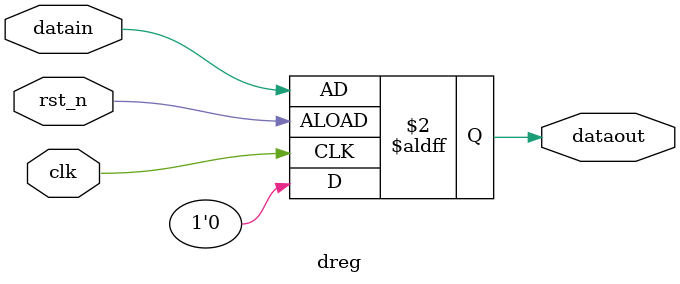
<source format=v>
module dreg(
	input	wire			clk,
	input	wire			rst_n,

	input	wire			datain,
	output	reg				dataout
);

	always @ (posedge clk or negedge rst_n) begin
		if (rst_n) begin
			dataout <= 1'b0;
		end
		else begin
			dataout <= datain;
		end
	end

endmodule

</source>
